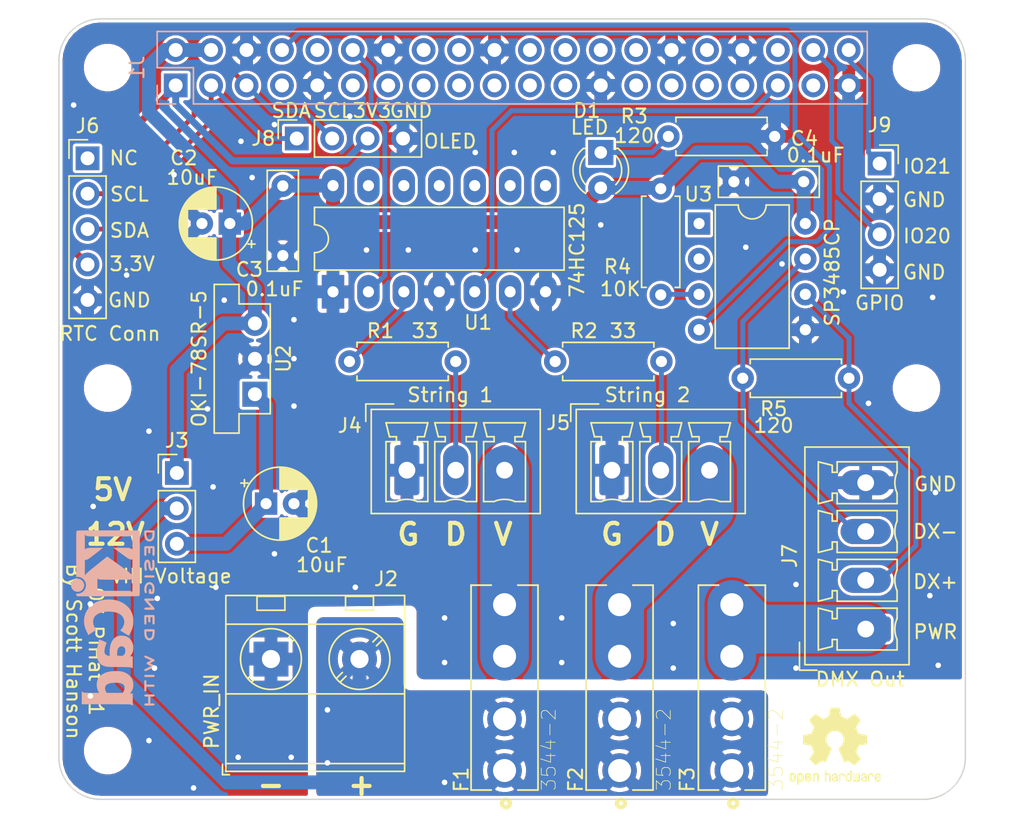
<source format=kicad_pcb>
(kicad_pcb (version 20171130) (host pcbnew "(5.1.6)-1")
  (title_block (title "OS PiHat") (date 2020-08-31) (rev v1) (company "Scott Hanson"))
  (layers (0 F.Cu signal) (31 B.Cu signal) (34 B.Paste user) (35 F.Paste user) (36 B.SilkS user) (37 F.SilkS user) (38 B.Mask user) (39 F.Mask user) (44 Edge.Cuts user))
  (net 0 "")
  (net 1 GND)
  (net 2 VSS)
  (net 3 +5V)
  (net 4 "Net-(D1-Pad1)")
  (net 5 "Net-(J1-Pad37)")
  (net 6 "Net-(J1-Pad36)")
  (net 7 Pixel2)
  (net 8 "Net-(J1-Pad33)")
  (net 9 "Net-(J1-Pad32)")
  (net 10 "Net-(J1-Pad31)")
  (net 11 "Net-(J1-Pad29)")
  (net 12 "Net-(J1-Pad28)")
  (net 13 "Net-(J1-Pad27)")
  (net 14 "Net-(J1-Pad26)")
  (net 15 "Net-(J1-Pad24)")
  (net 16 "Net-(J1-Pad23)")
  (net 17 "Net-(J1-Pad22)")
  (net 18 "Net-(J1-Pad21)")
  (net 19 "Net-(J1-Pad19)")
  (net 20 "Net-(J1-Pad18)")
  (net 21 "Net-(J1-Pad17)")
  (net 22 "Net-(J1-Pad16)")
  (net 23 "Net-(J1-Pad15)")
  (net 24 "Net-(J1-Pad13)")
  (net 25 Pixel1)
  (net 26 "Net-(J1-Pad11)")
  (net 27 "Net-(J1-Pad10)")
  (net 28 TXD)
  (net 29 "Net-(J1-Pad7)")
  (net 30 I2C_SCL)
  (net 31 I2C_SDA)
  (net 32 +3V3)
  (net 33 "Net-(J4-Pad2)")
  (net 34 "Net-(J5-Pad2)")
  (net 35 "Net-(J6-Pad1)")
  (net 36 /DMX-)
  (net 37 /DMX+)
  (net 38 "Net-(R1-Pad2)")
  (net 39 "Net-(R4-Pad2)")
  (net 40 "Net-(U1-Pad13)")
  (net 41 "Net-(U1-Pad12)")
  (net 42 "Net-(U1-Pad11)")
  (net 43 "Net-(U1-Pad10)")
  (net 44 "Net-(U1-Pad9)")
  (net 45 "Net-(U1-Pad8)")
  (net 46 "Net-(U3-Pad2)")
  (net 47 "Net-(U3-Pad1)")
  (net 48 /ST1_PWR)
  (net 49 /ST2_PWR)
  (net 50 /PWR_IN)
  (net 51 /V_DMX)
  (net 52 "Net-(R2-Pad2)")
  (net 53 GPIO21)
  (net 54 GPIO20)
  (module Connector_PinSocket_2.54mm:PinSocket_1x04_P2.54mm_Vertical (layer F.Cu) (at 137.4 71.2)
    (fp_text reference J9 (at 0 -2.77) (layer F.SilkS))
    (fp_text value GPIO (at 0 10) (layer F.SilkS))
    (pad 4 thru_hole oval (at 0 7.62) (size 1.7 1.7) (drill 1) (layers *.Cu *.Mask) (net 1 GND))
    (pad 3 thru_hole oval (at 0 5.08) (size 1.7 1.7) (drill 1) (layers *.Cu *.Mask) (net 54 GPIO20))
    (pad 2 thru_hole oval (at 0 2.54) (size 1.7 1.7) (drill 1) (layers *.Cu *.Mask) (net 1 GND))
    (pad 1 thru_hole rect (at 0 0) (size 1.7 1.7) (drill 1) (layers *.Cu *.Mask) (net 53 GPIO21))
  )
  (module Symbol:OSHW-Logo2_7.3x6mm_SilkScreen (layer F.Cu) (at 134.2 113)
    (fp_text reference REF** hide)
    (fp_text value OSHW-Logo2_7.3x6mm_SilkScreen hide)
  )
  (module Symbol:KiCad-Logo2_5mm_SilkScreen (layer B.Cu) (at 82.4 103.8 270)
    (fp_text reference REF** hide)
    (fp_text value KiCad-Logo2_5mm_SilkScreen hide)
  )
  (module MountingHole:MountingHole_3mm (layer F.Cu) (at 140.04 87.31)
    (fp_text reference H6)
    (fp_text value 3mm_Mounting_Hole)
    (pad 1 np_thru_hole circle (at 0 0) (size 3 3) (drill 3) (layers *.Cu *.Mask))
  )
  (module MountingHole:MountingHole_3mm (layer F.Cu) (at 82.04 87.31)
    (fp_text reference H5)
    (fp_text value 3mm_Mounting_Hole)
    (pad 1 np_thru_hole circle (at 0 0) (size 3 3) (drill 3) (layers *.Cu *.Mask))
  )
  (module Connector_PinSocket_2.54mm:PinSocket_1x04_P2.54mm_Vertical (layer F.Cu) (at 95.6 69.4 90)
    (fp_text reference J8 (at 0 -2.4 180) (layer F.SilkS))
    (fp_text value OLED (at -0.2 11 180) (layer F.SilkS))
    (pad 4 thru_hole oval (at 0 7.62 90) (size 1.7 1.7) (drill 1) (layers *.Cu *.Mask) (net 1 GND))
    (pad 3 thru_hole oval (at 0 5.08 90) (size 1.7 1.7) (drill 1) (layers *.Cu *.Mask) (net 32 +3V3))
    (pad 2 thru_hole oval (at 0 2.54 90) (size 1.7 1.7) (drill 1) (layers *.Cu *.Mask) (net 30 I2C_SCL))
    (pad 1 thru_hole rect (at 0 0 90) (size 1.7 1.7) (drill 1) (layers *.Cu *.Mask) (net 31 I2C_SDA))
  )
  (module Connector_Phoenix_MC:PhoenixContact_MCV_1,5_4-G-3.5_1x04_P3.50mm_Vertical (layer F.Cu) (at 136.4 104.6 90)
    (fp_text reference J7 (at 5.25 -5.45 90) (layer F.SilkS))
    (fp_text value "DMX Out" (at -3.6 -0.4 180) (layer F.SilkS))
    (pad 4 thru_hole oval (at 10.5 0 90) (size 1.8 3.6) (drill 1.2) (layers *.Cu *.Mask) (net 1 GND))
    (pad 3 thru_hole oval (at 7 0 90) (size 1.8 3.6) (drill 1.2) (layers *.Cu *.Mask) (net 36 /DMX-))
    (pad 2 thru_hole oval (at 3.5 0 90) (size 1.8 3.6) (drill 1.2) (layers *.Cu *.Mask) (net 37 /DMX+))
    (pad 1 thru_hole roundrect (at 0 0 90) (size 1.8 3.6) (drill 1.2) (layers *.Cu *.Mask) (roundrect_rratio 0.138889) (net 51 /V_DMX))
  )
  (module Keystone_Fuse:FUSE_3544-2 (layer F.Cu) (at 126.8 108.8 90)
    (fp_text reference F3 (at -6.6 -3.2 90) (layer F.SilkS))
    (fp_text value 3544-2 (at -4.445 3.175 90) (layer F.SilkS) (effects (font (thickness 0.05))))
    (pad 2_2 thru_hole circle (at 5.95 0 90) (size 2.475 2.475) (drill 1.65) (layers *.Cu *.Mask) (net 51 /V_DMX))
    (pad 1_1 thru_hole circle (at -5.95 0 90) (size 2.475 2.475) (drill 1.65) (layers *.Cu *.Mask) (net 2 VSS))
    (pad 2_1 thru_hole circle (at 2.25 0 90) (size 2.475 2.475) (drill 1.65) (layers *.Cu *.Mask) (net 51 /V_DMX))
    (pad 1_2 thru_hole circle (at -2.25 0 90) (size 2.475 2.475) (drill 1.65) (layers *.Cu *.Mask) (net 2 VSS))
  )
  (module MountingHole:MountingHole_3mm (layer F.Cu) (at 140.03 113.31)
    (fp_text reference H4)
    (fp_text value 3mm_Mounting_Hole)
    (pad 1 np_thru_hole circle (at 0 0) (size 3 3) (drill 3) (layers *.Cu *.Mask))
  )
  (module MountingHole:MountingHole_3mm (layer F.Cu) (at 82.04 113.32)
    (fp_text reference H3)
    (fp_text value 3mm_Mounting_Hole)
    (pad 1 np_thru_hole circle (at 0 0) (size 3 3) (drill 3) (layers *.Cu *.Mask))
  )
  (module MountingHole:MountingHole_3mm (layer F.Cu) (at 140.04 64.33)
    (fp_text reference H2)
    (fp_text value 3mm_Mounting_Hole)
    (pad 1 np_thru_hole circle (at 0 0) (size 3 3) (drill 3) (layers *.Cu *.Mask))
  )
  (module MountingHole:MountingHole_3mm (layer F.Cu) (at 82.04 64.31)
    (fp_text reference H1)
    (fp_text value 3mm_Mounting_Hole)
    (pad 1 np_thru_hole circle (at 0 0) (size 3 3) (drill 3) (layers *.Cu *.Mask))
  )
  (module Package_DIP:DIP-8_W7.62mm (layer F.Cu) (at 124.45 75.5)
    (fp_text reference U3 (at -0.05 -2.1) (layer F.SilkS))
    (fp_text value SP3485CP (at 9.55 3.5 90) (layer F.SilkS))
    (pad 8 thru_hole oval (at 7.62 0) (size 1.6 1.6) (drill 0.8) (layers *.Cu *.Mask) (net 3 +5V))
    (pad 4 thru_hole oval (at 0 7.62) (size 1.6 1.6) (drill 0.8) (layers *.Cu *.Mask) (net 28 TXD))
    (pad 7 thru_hole oval (at 7.62 2.54) (size 1.6 1.6) (drill 0.8) (layers *.Cu *.Mask) (net 36 /DMX-))
    (pad 3 thru_hole oval (at 0 5.08) (size 1.6 1.6) (drill 0.8) (layers *.Cu *.Mask) (net 39 "Net-(R4-Pad2)"))
    (pad 6 thru_hole oval (at 7.62 5.08) (size 1.6 1.6) (drill 0.8) (layers *.Cu *.Mask) (net 37 /DMX+))
    (pad 2 thru_hole oval (at 0 2.54) (size 1.6 1.6) (drill 0.8) (layers *.Cu *.Mask) (net 46 "Net-(U3-Pad2)"))
    (pad 5 thru_hole oval (at 7.62 7.62) (size 1.6 1.6) (drill 0.8) (layers *.Cu *.Mask) (net 1 GND))
    (pad 1 thru_hole rect (at 0 0) (size 1.6 1.6) (drill 0.8) (layers *.Cu *.Mask) (net 47 "Net-(U3-Pad1)"))
  )
  (module Converter_DCDC:Converter_DCDC_muRata_OKI-78SR_Vertical (layer F.Cu) (at 92.6 87.75 90)
    (fp_text reference U2 (at 2.55 2.05 270) (layer F.SilkS))
    (fp_text value OKI-78SR-5 (at 2.55 -4 270) (layer F.SilkS))
    (pad 1 thru_hole rect (at 0 0 90) (size 1.8 1.8) (drill 1) (layers *.Cu *.Mask) (net 50 /PWR_IN))
    (pad 2 thru_hole circle (at 2.54 0 90) (size 1.8 1.8) (drill 1) (layers *.Cu *.Mask) (net 1 GND))
    (pad 3 thru_hole circle (at 5.08 0 90) (size 1.8 1.8) (drill 1) (layers *.Cu *.Mask) (net 3 +5V))
  )
  (module Package_DIP:DIP-14_W7.62mm_LongPads (layer F.Cu) (at 98.2 80.4 90)
    (fp_text reference U1 (at -2.2 10.4 180) (layer F.SilkS))
    (fp_text value 74HC125 (at 3 17.5 90) (layer F.SilkS))
    (pad 14 thru_hole oval (at 7.62 0 90) (size 2.4 1.6) (drill 0.8) (layers *.Cu *.Mask) (net 3 +5V))
    (pad 7 thru_hole oval (at 0 15.24 90) (size 2.4 1.6) (drill 0.8) (layers *.Cu *.Mask) (net 1 GND))
    (pad 13 thru_hole oval (at 7.62 2.54 90) (size 2.4 1.6) (drill 0.8) (layers *.Cu *.Mask) (net 40 "Net-(U1-Pad13)"))
    (pad 6 thru_hole oval (at 0 12.7 90) (size 2.4 1.6) (drill 0.8) (layers *.Cu *.Mask) (net 52 "Net-(R2-Pad2)"))
    (pad 12 thru_hole oval (at 7.62 5.08 90) (size 2.4 1.6) (drill 0.8) (layers *.Cu *.Mask) (net 41 "Net-(U1-Pad12)"))
    (pad 5 thru_hole oval (at 0 10.16 90) (size 2.4 1.6) (drill 0.8) (layers *.Cu *.Mask) (net 7 Pixel2))
    (pad 11 thru_hole oval (at 7.62 7.62 90) (size 2.4 1.6) (drill 0.8) (layers *.Cu *.Mask) (net 42 "Net-(U1-Pad11)"))
    (pad 4 thru_hole oval (at 0 7.62 90) (size 2.4 1.6) (drill 0.8) (layers *.Cu *.Mask) (net 1 GND))
    (pad 10 thru_hole oval (at 7.62 10.16 90) (size 2.4 1.6) (drill 0.8) (layers *.Cu *.Mask) (net 43 "Net-(U1-Pad10)"))
    (pad 3 thru_hole oval (at 0 5.08 90) (size 2.4 1.6) (drill 0.8) (layers *.Cu *.Mask) (net 38 "Net-(R1-Pad2)"))
    (pad 9 thru_hole oval (at 7.62 12.7 90) (size 2.4 1.6) (drill 0.8) (layers *.Cu *.Mask) (net 44 "Net-(U1-Pad9)"))
    (pad 2 thru_hole oval (at 0 2.54 90) (size 2.4 1.6) (drill 0.8) (layers *.Cu *.Mask) (net 25 Pixel1))
    (pad 8 thru_hole oval (at 7.62 15.24 90) (size 2.4 1.6) (drill 0.8) (layers *.Cu *.Mask) (net 45 "Net-(U1-Pad8)"))
    (pad 1 thru_hole rect (at 0 0 90) (size 2.4 1.6) (drill 0.8) (layers *.Cu *.Mask) (net 1 GND))
  )
  (module Resistor_THT:R_Axial_DIN0207_L6.3mm_D2.5mm_P7.62mm_Horizontal (layer F.Cu) (at 135.2 86.6 180)
    (fp_text reference R5 (at 5.4 -2.2) (layer F.SilkS))
    (fp_text value 120 (at 5.4 -3.4) (layer F.SilkS))
    (pad 2 thru_hole oval (at 7.62 0 180) (size 1.6 1.6) (drill 0.8) (layers *.Cu *.Mask) (net 36 /DMX-))
    (pad 1 thru_hole circle (at 0 0 180) (size 1.6 1.6) (drill 0.8) (layers *.Cu *.Mask) (net 37 /DMX+))
  )
  (module Resistor_THT:R_Axial_DIN0207_L6.3mm_D2.5mm_P7.62mm_Horizontal (layer F.Cu) (at 121.7 73 270)
    (fp_text reference R4 (at 5.6 3.1 180) (layer F.SilkS))
    (fp_text value 10K (at 7.2 2.9) (layer F.SilkS))
    (pad 2 thru_hole oval (at 7.62 0 270) (size 1.6 1.6) (drill 0.8) (layers *.Cu *.Mask) (net 39 "Net-(R4-Pad2)"))
    (pad 1 thru_hole circle (at 0 0 270) (size 1.6 1.6) (drill 0.8) (layers *.Cu *.Mask) (net 3 +5V))
  )
  (module Resistor_THT:R_Axial_DIN0207_L6.3mm_D2.5mm_P7.62mm_Horizontal (layer F.Cu) (at 121.75 85.4 180)
    (fp_text reference R2 (at 5.55 2.2) (layer F.SilkS))
    (fp_text value 33 (at 2.75 2.2) (layer F.SilkS))
    (pad 2 thru_hole oval (at 7.62 0 180) (size 1.6 1.6) (drill 0.8) (layers *.Cu *.Mask) (net 52 "Net-(R2-Pad2)"))
    (pad 1 thru_hole circle (at 0 0 180) (size 1.6 1.6) (drill 0.8) (layers *.Cu *.Mask) (net 34 "Net-(J5-Pad2)"))
  )
  (module Resistor_THT:R_Axial_DIN0207_L6.3mm_D2.5mm_P7.62mm_Horizontal (layer F.Cu) (at 122.25 69.25)
    (fp_text reference R3 (at -2.45 -1.45) (layer F.SilkS))
    (fp_text value 120 (at -2.45 -0.05) (layer F.SilkS))
    (pad 2 thru_hole oval (at 7.62 0) (size 1.6 1.6) (drill 0.8) (layers *.Cu *.Mask) (net 1 GND))
    (pad 1 thru_hole circle (at 0 0) (size 1.6 1.6) (drill 0.8) (layers *.Cu *.Mask) (net 4 "Net-(D1-Pad1)"))
  )
  (module Resistor_THT:R_Axial_DIN0207_L6.3mm_D2.5mm_P7.62mm_Horizontal (layer F.Cu) (at 107 85.4 180)
    (fp_text reference R1 (at 5.4 2.2) (layer F.SilkS))
    (fp_text value 33 (at 2.2 2.2) (layer F.SilkS))
    (pad 2 thru_hole oval (at 7.62 0 180) (size 1.6 1.6) (drill 0.8) (layers *.Cu *.Mask) (net 38 "Net-(R1-Pad2)"))
    (pad 1 thru_hole circle (at 0 0 180) (size 1.6 1.6) (drill 0.8) (layers *.Cu *.Mask) (net 33 "Net-(J4-Pad2)"))
  )
  (module Connector_PinHeader_2.54mm:PinHeader_1x05_P2.54mm_Vertical (layer F.Cu) (at 80.6 70.82)
    (fp_text reference J6 (at 0 -2.33) (layer F.SilkS))
    (fp_text value "RTC Conn" (at 1.6 12.58) (layer F.SilkS))
    (pad 5 thru_hole oval (at 0 10.16) (size 1.7 1.7) (drill 1) (layers *.Cu *.Mask) (net 1 GND))
    (pad 4 thru_hole oval (at 0 7.62) (size 1.7 1.7) (drill 1) (layers *.Cu *.Mask) (net 32 +3V3))
    (pad 3 thru_hole oval (at 0 5.08) (size 1.7 1.7) (drill 1) (layers *.Cu *.Mask) (net 31 I2C_SDA))
    (pad 2 thru_hole oval (at 0 2.54) (size 1.7 1.7) (drill 1) (layers *.Cu *.Mask) (net 30 I2C_SCL))
    (pad 1 thru_hole rect (at 0 0) (size 1.7 1.7) (drill 1) (layers *.Cu *.Mask) (net 35 "Net-(J6-Pad1)"))
  )
  (module Connector_Phoenix_MC:PhoenixContact_MCV_1,5_3-G-3.5_1x03_P3.50mm_Vertical (layer F.Cu) (at 118.2 93.2)
    (fp_text reference J5 (at -3.85 -3.4) (layer F.SilkS))
    (fp_text value "String 2" (at 2.55 -5.4) (layer F.SilkS))
    (pad 3 thru_hole oval (at 7 0) (size 1.8 3.6) (drill 1.2) (layers *.Cu *.Mask) (net 49 /ST2_PWR))
    (pad 2 thru_hole oval (at 3.5 0) (size 1.8 3.6) (drill 1.2) (layers *.Cu *.Mask) (net 34 "Net-(J5-Pad2)"))
    (pad 1 thru_hole roundrect (at 0 0) (size 1.8 3.6) (drill 1.2) (layers *.Cu *.Mask) (roundrect_rratio 0.138889) (net 1 GND))
  )
  (module Connector_Phoenix_MC:PhoenixContact_MCV_1,5_3-G-3.5_1x03_P3.50mm_Vertical (layer F.Cu) (at 103.5 93.2)
    (fp_text reference J4 (at -4.1 -3.2) (layer F.SilkS))
    (fp_text value "String 1" (at 3.1 -5.4) (layer F.SilkS))
    (pad 3 thru_hole oval (at 7 0) (size 1.8 3.6) (drill 1.2) (layers *.Cu *.Mask) (net 48 /ST1_PWR))
    (pad 2 thru_hole oval (at 3.5 0) (size 1.8 3.6) (drill 1.2) (layers *.Cu *.Mask) (net 33 "Net-(J4-Pad2)"))
    (pad 1 thru_hole roundrect (at 0 0) (size 1.8 3.6) (drill 1.2) (layers *.Cu *.Mask) (roundrect_rratio 0.138889) (net 1 GND))
  )
  (module Connector_PinHeader_2.54mm:PinHeader_1x03_P2.54mm_Vertical (layer F.Cu) (at 87 93.4)
    (fp_text reference J3 (at 0 -2.33) (layer F.SilkS))
    (fp_text value "VIN Voltage" (at -0.4 7.4) (layer F.SilkS))
    (pad 3 thru_hole oval (at 0 5.08) (size 1.7 1.7) (drill 1) (layers *.Cu *.Mask) (net 50 /PWR_IN))
    (pad 2 thru_hole oval (at 0 2.54) (size 1.7 1.7) (drill 1) (layers *.Cu *.Mask) (net 2 VSS))
    (pad 1 thru_hole rect (at 0 0) (size 1.7 1.7) (drill 1) (layers *.Cu *.Mask) (net 3 +5V))
  )
  (module TerminalBlock_MetzConnect:TerminalBlock_MetzConnect_Type701_RT11L02HGLU_1x02_P6.35mm_Horizontal (layer F.Cu) (at 93.75 106.75)
    (fp_text reference J2 (at 8.25 -5.75) (layer F.SilkS))
    (fp_text value PWR_IN (at -4.25 3.75 90) (layer F.SilkS))
    (pad 2 thru_hole circle (at 6.35 0) (size 2.5 2.5) (drill 1.3) (layers *.Cu *.Mask) (net 2 VSS))
    (pad 1 thru_hole rect (at 0 0) (size 2.5 2.5) (drill 1.3) (layers *.Cu *.Mask) (net 1 GND))
  )
  (module Connector_PinSocket_2.54mm:PinSocket_2x20_P2.54mm_Vertical (layer B.Cu) (at 86.92 65.59 270)
    (fp_text reference J1 (at -1.27 2.77 270) (layer B.SilkS) (effects (justify mirror)))
    (fp_text value Raspberry_Pi_2_3)
    (pad 40 thru_hole oval (at -2.54 -48.26 270) (size 1.7 1.7) (drill 1) (layers *.Cu *.Mask) (net 53 GPIO21))
    (pad 39 thru_hole oval (at 0 -48.26 270) (size 1.7 1.7) (drill 1) (layers *.Cu *.Mask) (net 1 GND))
    (pad 38 thru_hole oval (at -2.54 -45.72 270) (size 1.7 1.7) (drill 1) (layers *.Cu *.Mask) (net 54 GPIO20))
    (pad 37 thru_hole oval (at 0 -45.72 270) (size 1.7 1.7) (drill 1) (layers *.Cu *.Mask) (net 5 "Net-(J1-Pad37)"))
    (pad 36 thru_hole oval (at -2.54 -43.18 270) (size 1.7 1.7) (drill 1) (layers *.Cu *.Mask) (net 6 "Net-(J1-Pad36)"))
    (pad 35 thru_hole oval (at 0 -43.18 270) (size 1.7 1.7) (drill 1) (layers *.Cu *.Mask) (net 7 Pixel2))
    (pad 34 thru_hole oval (at -2.54 -40.64 270) (size 1.7 1.7) (drill 1) (layers *.Cu *.Mask) (net 1 GND))
    (pad 33 thru_hole oval (at 0 -40.64 270) (size 1.7 1.7) (drill 1) (layers *.Cu *.Mask) (net 8 "Net-(J1-Pad33)"))
    (pad 32 thru_hole oval (at -2.54 -38.1 270) (size 1.7 1.7) (drill 1) (layers *.Cu *.Mask) (net 9 "Net-(J1-Pad32)"))
    (pad 31 thru_hole oval (at 0 -38.1 270) (size 1.7 1.7) (drill 1) (layers *.Cu *.Mask) (net 10 "Net-(J1-Pad31)"))
    (pad 30 thru_hole oval (at -2.54 -35.56 270) (size 1.7 1.7) (drill 1) (layers *.Cu *.Mask) (net 1 GND))
    (pad 29 thru_hole oval (at 0 -35.56 270) (size 1.7 1.7) (drill 1) (layers *.Cu *.Mask) (net 11 "Net-(J1-Pad29)"))
    (pad 28 thru_hole oval (at -2.54 -33.02 270) (size 1.7 1.7) (drill 1) (layers *.Cu *.Mask) (net 12 "Net-(J1-Pad28)"))
    (pad 27 thru_hole oval (at 0 -33.02 270) (size 1.7 1.7) (drill 1) (layers *.Cu *.Mask) (net 13 "Net-(J1-Pad27)"))
    (pad 26 thru_hole oval (at -2.54 -30.48 270) (size 1.7 1.7) (drill 1) (layers *.Cu *.Mask) (net 14 "Net-(J1-Pad26)"))
    (pad 25 thru_hole oval (at 0 -30.48 270) (size 1.7 1.7) (drill 1) (layers *.Cu *.Mask) (net 1 GND))
    (pad 24 thru_hole oval (at -2.54 -27.94 270) (size 1.7 1.7) (drill 1) (layers *.Cu *.Mask) (net 15 "Net-(J1-Pad24)"))
    (pad 23 thru_hole oval (at 0 -27.94 270) (size 1.7 1.7) (drill 1) (layers *.Cu *.Mask) (net 16 "Net-(J1-Pad23)"))
    (pad 22 thru_hole oval (at -2.54 -25.4 270) (size 1.7 1.7) (drill 1) (layers *.Cu *.Mask) (net 17 "Net-(J1-Pad22)"))
    (pad 21 thru_hole oval (at 0 -25.4 270) (size 1.7 1.7) (drill 1) (layers *.Cu *.Mask) (net 18 "Net-(J1-Pad21)"))
    (pad 20 thru_hole oval (at -2.54 -22.86 270) (size 1.7 1.7) (drill 1) (layers *.Cu *.Mask) (net 1 GND))
    (pad 19 thru_hole oval (at 0 -22.86 270) (size 1.7 1.7) (drill 1) (layers *.Cu *.Mask) (net 19 "Net-(J1-Pad19)"))
    (pad 18 thru_hole oval (at -2.54 -20.32 270) (size 1.7 1.7) (drill 1) (layers *.Cu *.Mask) (net 20 "Net-(J1-Pad18)"))
    (pad 17 thru_hole oval (at 0 -20.32 270) (size 1.7 1.7) (drill 1) (layers *.Cu *.Mask) (net 21 "Net-(J1-Pad17)"))
    (pad 16 thru_hole oval (at -2.54 -17.78 270) (size 1.7 1.7) (drill 1) (layers *.Cu *.Mask) (net 22 "Net-(J1-Pad16)"))
    (pad 15 thru_hole oval (at 0 -17.78 270) (size 1.7 1.7) (drill 1) (layers *.Cu *.Mask) (net 23 "Net-(J1-Pad15)"))
    (pad 14 thru_hole oval (at -2.54 -15.24 270) (size 1.7 1.7) (drill 1) (layers *.Cu *.Mask) (net 1 GND))
    (pad 13 thru_hole oval (at 0 -15.24 270) (size 1.7 1.7) (drill 1) (layers *.Cu *.Mask) (net 24 "Net-(J1-Pad13)"))
    (pad 12 thru_hole oval (at -2.54 -12.7 270) (size 1.7 1.7) (drill 1) (layers *.Cu *.Mask) (net 25 Pixel1))
    (pad 11 thru_hole oval (at 0 -12.7 270) (size 1.7 1.7) (drill 1) (layers *.Cu *.Mask) (net 26 "Net-(J1-Pad11)"))
    (pad 10 thru_hole oval (at -2.54 -10.16 270) (size 1.7 1.7) (drill 1) (layers *.Cu *.Mask) (net 27 "Net-(J1-Pad10)"))
    (pad 9 thru_hole oval (at 0 -10.16 270) (size 1.7 1.7) (drill 1) (layers *.Cu *.Mask) (net 1 GND))
    (pad 8 thru_hole oval (at -2.54 -7.62 270) (size 1.7 1.7) (drill 1) (layers *.Cu *.Mask) (net 28 TXD))
    (pad 7 thru_hole oval (at 0 -7.62 270) (size 1.7 1.7) (drill 1) (layers *.Cu *.Mask) (net 29 "Net-(J1-Pad7)"))
    (pad 6 thru_hole oval (at -2.54 -5.08 270) (size 1.7 1.7) (drill 1) (layers *.Cu *.Mask) (net 1 GND))
    (pad 5 thru_hole oval (at 0 -5.08 270) (size 1.7 1.7) (drill 1) (layers *.Cu *.Mask) (net 30 I2C_SCL))
    (pad 4 thru_hole oval (at -2.54 -2.54 270) (size 1.7 1.7) (drill 1) (layers *.Cu *.Mask) (net 3 +5V))
    (pad 3 thru_hole oval (at 0 -2.54 270) (size 1.7 1.7) (drill 1) (layers *.Cu *.Mask) (net 31 I2C_SDA))
    (pad 2 thru_hole oval (at -2.54 0 270) (size 1.7 1.7) (drill 1) (layers *.Cu *.Mask) (net 3 +5V))
    (pad 1 thru_hole rect (at 0 0 270) (size 1.7 1.7) (drill 1) (layers *.Cu *.Mask) (net 32 +3V3))
  )
  (module Keystone_Fuse:FUSE_3544-2 (layer F.Cu) (at 118.75 108.8 90)
    (fp_text reference F2 (at -6.6 -3.15 90) (layer F.SilkS))
    (fp_text value 3544-2 (at -4.445 3.175 90) (layer F.SilkS) (effects (font (thickness 0.05))))
    (pad 2_2 thru_hole circle (at 5.95 0 90) (size 2.475 2.475) (drill 1.65) (layers *.Cu *.Mask) (net 49 /ST2_PWR))
    (pad 1_1 thru_hole circle (at -5.95 0 90) (size 2.475 2.475) (drill 1.65) (layers *.Cu *.Mask) (net 2 VSS))
    (pad 2_1 thru_hole circle (at 2.25 0 90) (size 2.475 2.475) (drill 1.65) (layers *.Cu *.Mask) (net 49 /ST2_PWR))
    (pad 1_2 thru_hole circle (at -2.25 0 90) (size 2.475 2.475) (drill 1.65) (layers *.Cu *.Mask) (net 2 VSS))
  )
  (module Keystone_Fuse:FUSE_3544-2 (layer F.Cu) (at 110.5 108.8 90)
    (fp_text reference F1 (at -6.6 -3.1 90) (layer F.SilkS))
    (fp_text value 3544-2 (at -4.445 3.175 90) (layer F.SilkS) (effects (font (thickness 0.05))))
    (pad 2_2 thru_hole circle (at 5.95 0 90) (size 2.475 2.475) (drill 1.65) (layers *.Cu *.Mask) (net 48 /ST1_PWR))
    (pad 1_1 thru_hole circle (at -5.95 0 90) (size 2.475 2.475) (drill 1.65) (layers *.Cu *.Mask) (net 2 VSS))
    (pad 2_1 thru_hole circle (at 2.25 0 90) (size 2.475 2.475) (drill 1.65) (layers *.Cu *.Mask) (net 48 /ST1_PWR))
    (pad 1_2 thru_hole circle (at -2.25 0 90) (size 2.475 2.475) (drill 1.65) (layers *.Cu *.Mask) (net 2 VSS))
  )
  (module LED_THT:LED_D3.0mm_Clear (layer F.Cu) (at 117.4 70.4 270)
    (fp_text reference D1 (at -3 1 180) (layer F.SilkS))
    (fp_text value LED (at -1.8 0.8 180) (layer F.SilkS))
    (pad 2 thru_hole circle (at 2.54 0 270) (size 1.8 1.8) (drill 0.9) (layers *.Cu *.Mask) (net 3 +5V))
    (pad 1 thru_hole rect (at 0 0 270) (size 1.8 1.8) (drill 0.9) (layers *.Cu *.Mask) (net 4 "Net-(D1-Pad1)"))
  )
  (module Capacitor_THT:C_Rect_L7.0mm_W2.0mm_P5.00mm (layer F.Cu) (at 131.95 72.5 180)
    (fp_text reference C4 (at -0.05 3.1) (layer F.SilkS))
    (fp_text value 0.1uF (at -0.85 1.9) (layer F.SilkS))
    (pad 2 thru_hole circle (at 5 0 180) (size 1.6 1.6) (drill 0.8) (layers *.Cu *.Mask) (net 1 GND))
    (pad 1 thru_hole circle (at 0 0 180) (size 1.6 1.6) (drill 0.8) (layers *.Cu *.Mask) (net 3 +5V))
  )
  (module Capacitor_THT:C_Rect_L7.0mm_W2.0mm_P5.00mm (layer F.Cu) (at 94.6 72.8 270)
    (fp_text reference C3 (at 6 2.4 180) (layer F.SilkS))
    (fp_text value 0.1uF (at 7.4 0.6 180) (layer F.SilkS))
    (pad 2 thru_hole circle (at 5 0 270) (size 1.6 1.6) (drill 0.8) (layers *.Cu *.Mask) (net 1 GND))
    (pad 1 thru_hole circle (at 0 0 270) (size 1.6 1.6) (drill 0.8) (layers *.Cu *.Mask) (net 3 +5V))
  )
  (module Capacitor_THT:CP_Radial_D5.0mm_P2.00mm (layer F.Cu) (at 90.8 75.5 180)
    (fp_text reference C2 (at 3.3 4.7) (layer F.SilkS))
    (fp_text value 10uF (at 2.7 3.3) (layer F.SilkS))
    (pad 2 thru_hole circle (at 2 0 180) (size 1.6 1.6) (drill 0.8) (layers *.Cu *.Mask) (net 1 GND))
    (pad 1 thru_hole rect (at 0 0 180) (size 1.6 1.6) (drill 0.8) (layers *.Cu *.Mask) (net 3 +5V))
  )
  (module Capacitor_THT:CP_Radial_D5.0mm_P2.00mm (layer F.Cu) (at 93.4 95.6)
    (fp_text reference C1 (at 3.8 3) (layer F.SilkS))
    (fp_text value 10uF (at 4 4.4) (layer F.SilkS))
    (pad 2 thru_hole circle (at 2 0) (size 1.6 1.6) (drill 0.8) (layers *.Cu *.Mask) (net 1 GND))
    (pad 1 thru_hole rect (at 0 0) (size 1.6 1.6) (drill 0.8) (layers *.Cu *.Mask) (net 50 /PWR_IN))
  )
  (gr_text IO20 (at 140.8 76.4) (layer F.SilkS) (effects (font (size 1 1))))
  (gr_text IO21 (at 140.8 71.4) (layer F.SilkS) (effects (font (size 1 1))))
  (gr_text GND (at 140.6 73.8) (layer F.SilkS) (effects (font (size 1 1))))
  (gr_text GND (at 140.6 79) (layer F.SilkS) (effects (font (size 1 1))))
  (gr_text "OS PiHat v1\nBy Scott Hanson" (at 80.4 106.2 270) (layer F.SilkS) (effects (font (size 1 1))))
  (gr_text GND (at 103.8 67.4) (layer F.SilkS) (effects (font (size 1 1))))
  (gr_text 3V3 (at 101 67.4) (layer F.SilkS) (effects (font (size 1 1))))
  (gr_text SCL (at 98.2 67.4) (layer F.SilkS) (effects (font (size 1 1))))
  (gr_text SDA (at 95.2 67.4) (layer F.SilkS) (effects (font (size 1 1))))
  (gr_text 5V (at 82.4 94.6) (layer F.SilkS) (effects (font (size 1.5 1.5) (thickness 0.3))))
  (gr_text 12V (at 82.6 97.8) (layer F.SilkS) (effects (font (size 1.5 1.5) (thickness 0.3))))
  (gr_text DX- (at 141.4 97.6) (layer F.SilkS) (effects (font (size 1 1))))
  (gr_text DX+ (at 141.4 101.2) (layer F.SilkS) (effects (font (size 1 1))))
  (gr_text PWR (at 141.4 104.8) (layer F.SilkS) (effects (font (size 1 1))))
  (gr_text GND (at 141.4 94.2) (layer F.SilkS) (effects (font (size 1 1))))
  (gr_text GND (at 83.6 81) (layer F.SilkS) (effects (font (size 1 1))))
  (gr_text 3.3V (at 83.8 78.4) (layer F.SilkS) (effects (font (size 1 1))))
  (gr_text SDA (at 83.6 76) (layer F.SilkS) (effects (font (size 1 1))))
  (gr_text SCL (at 83.6 73.4) (layer F.SilkS) (effects (font (size 1 1))))
  (gr_text NC (at 83.2 70.8) (layer F.SilkS) (effects (font (size 1 1))))
  (gr_text D (at 122 97.8) (layer F.SilkS) (effects (font (size 1.5 1.5) (thickness 0.3))))
  (gr_text D (at 107 97.8) (layer F.SilkS) (effects (font (size 1.5 1.5) (thickness 0.3))))
  (gr_text V (at 125.2 97.8) (layer F.SilkS) (effects (font (size 1.5 1.5) (thickness 0.3))))
  (gr_text V (at 110.4 97.8) (layer F.SilkS) (effects (font (size 1.5 1.5) (thickness 0.3))))
  (gr_text G (at 118.2 97.8) (layer F.SilkS) (effects (font (size 1.5 1.5) (thickness 0.3))))
  (gr_text G (at 103.6 97.8) (layer F.SilkS) (effects (font (size 1.5 1.5) (thickness 0.3))))
  (gr_text - (at 93.75 115.75) (layer F.SilkS) (effects (font (size 1.5 1.5) (thickness 0.3)) (justify mirror)))
  (gr_text + (at 100.25 115.75) (layer F.SilkS) (effects (font (size 1.5 1.5) (thickness 0.3)) (justify mirror)))
  (gr_arc (start 140.546356 63.817611) (end 143.546356 63.817611) (angle -90) (layer Edge.Cuts) (width 0.1))
  (gr_arc (start 81.546356 63.817611) (end 81.546356 60.817611) (angle -90) (layer Edge.Cuts) (width 0.1))
  (gr_arc (start 81.546356 113.817611) (end 78.546356 113.817611) (angle -90) (layer Edge.Cuts) (width 0.1))
  (gr_line (start 143.546351 113.822847) (end 143.546356 63.817611) (layer Edge.Cuts) (width 0.1))
  (gr_line (start 140.546356 60.817611) (end 81.546356 60.817611) (layer Edge.Cuts) (width 0.1))
  (gr_line (start 78.546356 63.817611) (end 78.546356 113.817611) (layer Edge.Cuts) (width 0.1))
  (gr_line (start 81.546356 116.817611) (end 140.546356 116.817611) (layer Edge.Cuts) (width 0.1))
  (gr_arc (start 140.546356 113.817611) (end 140.546356 116.817611) (angle -89.9) (layer Edge.Cuts) (width 0.1))
  (via (at 95.4 85.2) (size 0.8) (drill 0.4) (layers F.Cu B.Cu) (net 1))
  (via (at 95.4 82.4) (size 0.8) (drill 0.4) (layers F.Cu B.Cu) (net 1))
  (via (at 95.4 88.6) (size 0.8) (drill 0.4) (layers F.Cu B.Cu) (net 1))
  (via (at 95.2 113.8) (size 0.8) (drill 0.4) (layers F.Cu B.Cu) (net 1))
  (via (at 85.4 107.4) (size 0.8) (drill 0.4) (layers F.Cu B.Cu) (net 1))
  (via (at 91.4 113.8) (size 0.8) (drill 0.4) (layers F.Cu B.Cu) (net 1))
  (via (at 106.2 103.8) (size 0.8) (drill 0.4) (layers F.Cu B.Cu) (net 1))
  (via (at 106.2 107) (size 0.8) (drill 0.4) (layers F.Cu B.Cu) (net 1))
  (via (at 114.6 103.8) (size 0.8) (drill 0.4) (layers F.Cu B.Cu) (net 1))
  (via (at 114.6 107) (size 0.8) (drill 0.4) (layers F.Cu B.Cu) (net 1))
  (via (at 131.4 107.4) (size 0.8) (drill 0.4) (layers F.Cu B.Cu) (net 1))
  (via (at 141.6 107.2) (size 0.8) (drill 0.4) (layers F.Cu B.Cu) (net 1))
  (via (at 103.6 77.4) (size 0.8) (drill 0.4) (layers F.Cu B.Cu) (net 1))
  (via (at 100.6 77.4) (size 0.8) (drill 0.4) (layers F.Cu B.Cu) (net 1))
  (via (at 108.4 77.4) (size 0.8) (drill 0.4) (layers F.Cu B.Cu) (net 1))
  (via (at 111.4 77.4) (size 0.8) (drill 0.4) (layers F.Cu B.Cu) (net 1))
  (via (at 114 70.4) (size 0.8) (drill 0.4) (layers F.Cu B.Cu) (net 1))
  (via (at 108.4 70.4) (size 0.8) (drill 0.4) (layers F.Cu B.Cu) (net 1))
  (via (at 111.2 70.4) (size 0.8) (drill 0.4) (layers F.Cu B.Cu) (net 1))
  (via (at 117.4 75.6) (size 0.8) (drill 0.4) (layers F.Cu B.Cu) (net 1))
  (via (at 127.8 77.2) (size 0.8) (drill 0.4) (layers F.Cu B.Cu) (net 1))
  (via (at 134.8 80.4) (size 0.8) (drill 0.4) (layers F.Cu B.Cu) (net 1))
  (via (at 131.4 101.4) (size 0.8) (drill 0.4) (layers F.Cu B.Cu) (net 1))
  (via (at 141 102.2) (size 0.8) (drill 0.4) (layers F.Cu B.Cu) (net 1))
  (via (at 92.4 72.2) (size 0.8) (drill 0.4) (layers F.Cu B.Cu) (net 1))
  (via (at 86.8 72) (size 0.8) (drill 0.4) (layers F.Cu B.Cu) (net 1))
  (via (at 122.6 107.4) (size 0.8) (drill 0.4) (layers F.Cu B.Cu) (net 1))
  (via (at 122.6 104.2) (size 0.8) (drill 0.4) (layers F.Cu B.Cu) (net 1))
  (via (at 141.4 94.8) (size 0.8) (drill 0.4) (layers F.Cu B.Cu) (net 1))
  (via (at 141.2 80.8) (size 0.8) (drill 0.4) (layers F.Cu B.Cu) (net 1))
  (via (at 83.4 79.2) (size 0.8) (drill 0.4) (layers F.Cu B.Cu) (net 1))
  (via (at 85 90.4) (size 0.8) (drill 0.4) (layers F.Cu B.Cu) (net 1))
  (via (at 89.2 88.8) (size 0.8) (drill 0.4) (layers F.Cu B.Cu) (net 1))
  (via (at 89.6 94.4) (size 0.8) (drill 0.4) (layers F.Cu B.Cu) (net 1))
  (via (at 94 99.2) (size 0.8) (drill 0.4) (layers F.Cu B.Cu) (net 1))
  (via (at 89.8 101.6) (size 0.8) (drill 0.4) (layers F.Cu B.Cu) (net 1))
  (via (at 80.8 102.8) (size 0.8) (drill 0.4) (layers F.Cu B.Cu) (net 1))
  (via (at 81 95.8) (size 0.8) (drill 0.4) (layers F.Cu B.Cu) (net 1))
  (via (at 85.6 102.4) (size 0.8) (drill 0.4) (layers F.Cu B.Cu) (net 1))
  (via (at 99.8 101.6) (size 0.8) (drill 0.4) (layers F.Cu B.Cu) (net 1))
  (via (at 88.2 116) (size 0.8) (drill 0.4) (layers F.Cu B.Cu) (net 1))
  (via (at 85 112.6) (size 0.8) (drill 0.4) (layers F.Cu B.Cu) (net 1))
  (via (at 80.8 109.4) (size 0.8) (drill 0.4) (layers F.Cu B.Cu) (net 1))
  (via (at 91.6 69.6) (size 0.8) (drill 0.4) (layers F.Cu B.Cu) (net 1))
  (via (at 79.6 67) (size 0.8) (drill 0.4) (layers F.Cu B.Cu) (net 1))
  (via (at 90.4 81) (size 0.8) (drill 0.4) (layers F.Cu B.Cu) (net 1))
  (via (at 99.4 67.8) (size 0.8) (drill 0.4) (layers F.Cu B.Cu) (net 1))
  (via (at 94 68.4) (size 0.8) (drill 0.4) (layers F.Cu B.Cu) (net 1))
  (via (at 130.4 78.4) (size 0.8) (drill 0.4) (layers F.Cu B.Cu) (net 1))
  (via (at 136.6 88.4) (size 0.8) (drill 0.4) (layers F.Cu B.Cu) (net 1))
  (segment (start 100.1 115.3) (end 100.1 106.75) (width 1) (layer B.Cu) (net 2))
  (segment (start 85.86 95.94) (end 83.2 98.6) (width 1) (layer B.Cu) (net 2))
  (segment (start 87 95.94) (end 85.86 95.94) (width 1) (layer B.Cu) (net 2))
  (segment (start 99.8 115.6) (end 100.1 115.3) (width 1) (layer B.Cu) (net 2))
  (segment (start 83.2 98.6) (end 83.2 108.2) (width 1) (layer B.Cu) (net 2))
  (segment (start 83.2 108.2) (end 90.6 115.6) (width 1) (layer B.Cu) (net 2))
  (segment (start 90.6 115.6) (end 99.8 115.6) (width 1) (layer B.Cu) (net 2))
  (via (at 97.8 114.2) (size 0.8) (drill 0.4) (layers F.Cu B.Cu) (net 2))
  (via (at 97.8 110.4) (size 0.8) (drill 0.4) (layers F.Cu B.Cu) (net 2))
  (via (at 106.2 115.6) (size 0.8) (drill 0.4) (layers F.Cu B.Cu) (net 2))
  (segment (start 132.07 72.62) (end 131.95 72.5) (width 1) (layer B.Cu) (net 3))
  (segment (start 86.92 63.05) (end 89.46 63.05) (width 1) (layer B.Cu) (net 3))
  (segment (start 131.95 75.38) (end 132.07 75.5) (width 1) (layer B.Cu) (net 3))
  (segment (start 131.95 72.5) (end 131.95 75.38) (width 1) (layer B.Cu) (net 3))
  (segment (start 94.62 72.78) (end 94.6 72.8) (width 1) (layer F.Cu) (net 3))
  (segment (start 94.62 72.78) (end 94.6 72.8) (width 1) (layer B.Cu) (net 3))
  (segment (start 98.2 72.78) (end 94.62 72.78) (width 1) (layer B.Cu) (net 3))
  (segment (start 91.9 75.5) (end 90.8 75.5) (width 1) (layer B.Cu) (net 3))
  (segment (start 94.6 72.8) (end 91.9 75.5) (width 1) (layer B.Cu) (net 3))
  (segment (start 121.64 72.94) (end 121.7 73) (width 1) (layer B.Cu) (net 3))
  (segment (start 117.4 72.94) (end 121.64 72.94) (width 1) (layer B.Cu) (net 3))
  (segment (start 90.75 78.35) (end 90.75 75.75) (width 1) (layer B.Cu) (net 3))
  (segment (start 87 93.4) (end 87 86) (width 1) (layer B.Cu) (net 3))
  (segment (start 90.33 82.67) (end 92.6 82.67) (width 1) (layer B.Cu) (net 3))
  (segment (start 87 86) (end 90.33 82.67) (width 1) (layer B.Cu) (net 3))
  (segment (start 92.6 82.67) (end 92.6 80.2) (width 1) (layer B.Cu) (net 3))
  (segment (start 92.6 80.2) (end 90.75 78.35) (width 1) (layer B.Cu) (net 3))
  (segment (start 90.8 73.3) (end 90.8 75.5) (width 1) (layer B.Cu) (net 3))
  (segment (start 85 67.5) (end 90.8 73.3) (width 1) (layer B.Cu) (net 3))
  (segment (start 85 64.2) (end 85 67.5) (width 1) (layer B.Cu) (net 3))
  (segment (start 86.92 63.05) (end 86.15 63.05) (width 1) (layer B.Cu) (net 3))
  (segment (start 86.15 63.05) (end 85 64.2) (width 1) (layer B.Cu) (net 3))
  (segment (start 117.4 73) (end 117.4 72.94) (width 1) (layer F.Cu) (net 3))
  (segment (start 99.4 75.4) (end 115 75.4) (width 1) (layer F.Cu) (net 3))
  (segment (start 98.2 72.78) (end 98.2 74.2) (width 1) (layer F.Cu) (net 3))
  (segment (start 115 75.4) (end 117.4 73) (width 1) (layer F.Cu) (net 3))
  (segment (start 98.2 74.2) (end 99.4 75.4) (width 1) (layer F.Cu) (net 3))
  (segment (start 131.95 72.5) (end 129.9 72.5) (width 1) (layer B.Cu) (net 3))
  (segment (start 129.9 72.5) (end 127.8 70.4) (width 1) (layer B.Cu) (net 3))
  (segment (start 124.3 70.4) (end 121.7 73) (width 1) (layer B.Cu) (net 3))
  (segment (start 127.8 70.4) (end 124.3 70.4) (width 1) (layer B.Cu) (net 3))
  (segment (start 121.1 70.4) (end 122.25 69.25) (width 0.35) (layer B.Cu) (net 4))
  (segment (start 117.4 70.4) (end 121.1 70.4) (width 0.35) (layer B.Cu) (net 4))
  (segment (start 109.6 68.8) (end 109.6 70.4) (width 0.35) (layer B.Cu) (net 7))
  (segment (start 111 67.4) (end 109.6 68.8) (width 0.35) (layer B.Cu) (net 7))
  (segment (start 130.1 65.59) (end 128.29 67.4) (width 0.35) (layer B.Cu) (net 7))
  (segment (start 128.29 67.4) (end 111 67.4) (width 0.35) (layer B.Cu) (net 7))
  (segment (start 109.6 70.4) (end 109.6 78.71) (width 0.35) (layer B.Cu) (net 7))
  (segment (start 108.36 79.95) (end 108.36 80.4) (width 0.35) (layer B.Cu) (net 7))
  (segment (start 109.6 78.71) (end 108.36 79.95) (width 0.35) (layer B.Cu) (net 7))
  (segment (start 100.934999 64.364999) (end 99.62 63.05) (width 0.35) (layer B.Cu) (net 25))
  (segment (start 100.934999 67.534999) (end 100.934999 64.364999) (width 0.35) (layer B.Cu) (net 25))
  (segment (start 100.74 80.4) (end 101.91501 79.22499) (width 0.35) (layer B.Cu) (net 25))
  (segment (start 101.91501 68.51501) (end 100.934999 67.534999) (width 0.35) (layer B.Cu) (net 25))
  (segment (start 101.91501 79.22499) (end 101.91501 68.51501) (width 0.35) (layer B.Cu) (net 25))
  (segment (start 95.765001 61.824999) (end 94.54 63.05) (width 0.35) (layer B.Cu) (net 28))
  (segment (start 131.325001 68.925001) (end 131.325001 62.461999) (width 0.35) (layer B.Cu) (net 28))
  (segment (start 131.325001 62.461999) (end 130.688001 61.824999) (width 0.35) (layer B.Cu) (net 28))
  (segment (start 130.77 76.8) (end 132.9 76.8) (width 0.35) (layer B.Cu) (net 28))
  (segment (start 130.688001 61.824999) (end 95.765001 61.824999) (width 0.35) (layer B.Cu) (net 28))
  (segment (start 124.45 83.12) (end 130.77 76.8) (width 0.35) (layer B.Cu) (net 28))
  (segment (start 133.8 71.4) (end 131.325001 68.925001) (width 0.35) (layer B.Cu) (net 28))
  (segment (start 132.9 76.8) (end 133.8 75.9) (width 0.35) (layer B.Cu) (net 28))
  (segment (start 133.8 75.9) (end 133.8 71.4) (width 0.35) (layer B.Cu) (net 28))
  (segment (start 92 65.59) (end 90.774999 64.364999) (width 0.35) (layer F.Cu) (net 30))
  (segment (start 88.234999 65.001999) (end 88.234999 66.765001) (width 0.35) (layer F.Cu) (net 30))
  (segment (start 88.871999 64.364999) (end 88.234999 65.001999) (width 0.35) (layer F.Cu) (net 30))
  (segment (start 90.774999 64.364999) (end 88.871999 64.364999) (width 0.35) (layer F.Cu) (net 30))
  (segment (start 92 66.06) (end 92 65.59) (width 0.35) (layer B.Cu) (net 30))
  (segment (start 92 65.59) (end 93.81 67.4) (width 0.35) (layer B.Cu) (net 30))
  (segment (start 96.14 67.4) (end 98.14 69.4) (width 0.35) (layer B.Cu) (net 30))
  (segment (start 93.81 67.4) (end 96.14 67.4) (width 0.35) (layer B.Cu) (net 30))
  (segment (start 88.234999 66.765001) (end 88.234999 67.765001) (width 0.35) (layer F.Cu) (net 30))
  (segment (start 82.64 73.36) (end 80.6 73.36) (width 0.35) (layer F.Cu) (net 30))
  (segment (start 88.234999 67.765001) (end 82.64 73.36) (width 0.35) (layer F.Cu) (net 30))
  (segment (start 89.46 65.59) (end 89.46 67.14) (width 0.35) (layer F.Cu) (net 31))
  (segment (start 93.27 69.4) (end 89.46 65.59) (width 0.35) (layer B.Cu) (net 31))
  (segment (start 95.6 69.4) (end 93.27 69.4) (width 0.35) (layer B.Cu) (net 31))
  (segment (start 81.7 75.9) (end 80.6 75.9) (width 0.35) (layer F.Cu) (net 31))
  (segment (start 89.46 67.14) (end 89.46 68.14) (width 0.35) (layer F.Cu) (net 31))
  (segment (start 89.46 68.14) (end 81.7 75.9) (width 0.35) (layer F.Cu) (net 31))
  (segment (start 79.2 77.04) (end 80.6 78.44) (width 0.5) (layer F.Cu) (net 32))
  (segment (start 86.92 66.94) (end 86.92 65.59) (width 0.5) (layer B.Cu) (net 32))
  (segment (start 90.98 71) (end 86.92 66.94) (width 0.5) (layer B.Cu) (net 32))
  (segment (start 100.68 69.4) (end 99.08 71) (width 0.5) (layer B.Cu) (net 32))
  (segment (start 99.08 71) (end 90.98 71) (width 0.5) (layer B.Cu) (net 32))
  (segment (start 79.2 68.709998) (end 79.2 77.04) (width 0.5) (layer F.Cu) (net 32))
  (segment (start 84.4 68.2) (end 79.709998 68.2) (width 0.5) (layer F.Cu) (net 32))
  (segment (start 79.709998 68.2) (end 79.2 68.709998) (width 0.5) (layer F.Cu) (net 32))
  (segment (start 86.92 65.59) (end 86.92 65.68) (width 0.5) (layer F.Cu) (net 32))
  (segment (start 86.92 65.68) (end 84.4 68.2) (width 0.5) (layer F.Cu) (net 32))
  (segment (start 107 93.2) (end 107 85.4) (width 0.35) (layer B.Cu) (net 33))
  (segment (start 121.75 93.15) (end 121.7 93.2) (width 0.35) (layer B.Cu) (net 34))
  (segment (start 121.75 85.4) (end 121.75 93.15) (width 0.35) (layer B.Cu) (net 34))
  (segment (start 132.07 78.04) (end 130 80.11) (width 0.35) (layer B.Cu) (net 36))
  (segment (start 127.58 82.53) (end 130 80.11) (width 0.35) (layer B.Cu) (net 36))
  (segment (start 127.58 86.6) (end 127.58 82.53) (width 0.35) (layer B.Cu) (net 36))
  (segment (start 127.58 87.38) (end 127.58 86.6) (width 0.35) (layer B.Cu) (net 36))
  (segment (start 127.6 89.6) (end 127.6 87.4) (width 0.35) (layer B.Cu) (net 36))
  (segment (start 136.4 97.6) (end 135.6 97.6) (width 0.35) (layer B.Cu) (net 36))
  (segment (start 135.6 97.6) (end 127.6 89.6) (width 0.35) (layer B.Cu) (net 36))
  (segment (start 135.2 83.71) (end 135.2 86.6) (width 0.35) (layer B.Cu) (net 37))
  (segment (start 132.07 80.58) (end 135.2 83.71) (width 0.35) (layer B.Cu) (net 37))
  (segment (start 140 98.6) (end 137.5 101.1) (width 0.35) (layer B.Cu) (net 37))
  (segment (start 140 93.2) (end 140 98.6) (width 0.35) (layer B.Cu) (net 37))
  (segment (start 135.2 86.6) (end 135.2 88.4) (width 0.35) (layer B.Cu) (net 37))
  (segment (start 137.5 101.1) (end 136.4 101.1) (width 0.35) (layer B.Cu) (net 37))
  (segment (start 135.2 88.4) (end 140 93.2) (width 0.35) (layer B.Cu) (net 37))
  (segment (start 102.83 80.4) (end 102.83 81.17) (width 0.35) (layer B.Cu) (net 38))
  (segment (start 103.28 81.5) (end 103.28 80.4) (width 0.35) (layer B.Cu) (net 38))
  (segment (start 99.38 85.4) (end 103.28 81.5) (width 0.35) (layer B.Cu) (net 38))
  (segment (start 110.45 80.4) (end 110.45 81.05) (width 0.35) (layer B.Cu) (net 52))
  (segment (start 110.9 82.17) (end 110.9 80.4) (width 0.35) (layer B.Cu) (net 52))
  (segment (start 114.13 85.4) (end 110.9 82.17) (width 0.35) (layer B.Cu) (net 52))
  (segment (start 122.16 80.58) (end 121.7 80.12) (width 0.35) (layer B.Cu) (net 39))
  (segment (start 124.45 80.58) (end 122.16 80.58) (width 0.35) (layer B.Cu) (net 39))
  (segment (start 110.5 106.55) (end 110.5 93.2) (width 3.5) (layer B.Cu) (net 48))
  (segment (start 118.75 106.55) (end 118.75 102.85) (width 3.5) (layer B.Cu) (net 49))
  (segment (start 125.2 96) (end 125.2 93.2) (width 3.5) (layer B.Cu) (net 49))
  (segment (start 118.75 102.85) (end 118.75 102.45) (width 3.5) (layer B.Cu) (net 49))
  (segment (start 118.75 102.45) (end 125.2 96) (width 3.5) (layer B.Cu) (net 49))
  (segment (start 90.52 98.48) (end 93.4 95.6) (width 1) (layer B.Cu) (net 50))
  (segment (start 87 98.48) (end 90.52 98.48) (width 1) (layer B.Cu) (net 50))
  (segment (start 93.4 88.55) (end 92.6 87.75) (width 1) (layer B.Cu) (net 50))
  (segment (start 93.4 95.6) (end 93.4 88.55) (width 1) (layer B.Cu) (net 50))
  (segment (start 126.8 106.55) (end 126.8 102.85) (width 3.5) (layer B.Cu) (net 51))
  (segment (start 128.55 104.6) (end 126.8 102.85) (width 3.5) (layer B.Cu) (net 51))
  (segment (start 136.4 104.6) (end 128.55 104.6) (width 3.5) (layer B.Cu) (net 51))
  (segment (start 136.6 65.196998) (end 135.18 63.776998) (width 0.35) (layer B.Cu) (net 53))
  (segment (start 137.4 71.2) (end 136.6 70.4) (width 0.35) (layer B.Cu) (net 53))
  (segment (start 135.18 63.776998) (end 135.18 63.05) (width 0.35) (layer B.Cu) (net 53))
  (segment (start 136.6 70.4) (end 136.6 65.196998) (width 0.35) (layer B.Cu) (net 53))
  (segment (start 134.4 73.28) (end 137.4 76.28) (width 0.35) (layer B.Cu) (net 54))
  (segment (start 133.954999 69.554999) (end 134.4 70) (width 0.35) (layer B.Cu) (net 54))
  (segment (start 132.64 63.05) (end 133.954999 64.364999) (width 0.35) (layer B.Cu) (net 54))
  (segment (start 134.4 70) (end 134.4 73.28) (width 0.35) (layer B.Cu) (net 54))
  (segment (start 133.954999 64.364999) (end 133.954999 69.554999) (width 0.35) (layer B.Cu) (net 54))
  (zone (net 1) (net_name GND) (layer F.Cu) (connect_pads (clearance 0.208)) (min_thickness 0.254) (fill yes (arc_segments 32) (thermal_gap 0.308) (thermal_bridge_width 0.908) (smoothing fillet) (radius 0.5))
    (polygon (pts (xy 145.2 108.2) (xy 104.2 108.2) (xy 104.2 102.9) (xy 96.4 103) (xy 96.4 118.8) (xy 75.2 119.2) (xy 75.25 59.75) (xy 145 59.75)))
  )
  (zone (net 2) (net_name VSS) (layer F.Cu) (connect_pads (clearance 0.208)) (min_thickness 0.254) (fill yes (arc_segments 32) (thermal_gap 0.308) (thermal_bridge_width 0.908) (smoothing fillet) (radius 0.5))
    (polygon (pts (xy 103.25 109) (xy 129.4 109) (xy 129.4 116.75) (xy 97 116.75) (xy 97 103.75) (xy 103.25 103.75)))
  )
  (zone (net 1) (net_name GND) (layer B.Cu) (connect_pads (clearance 0.208)) (min_thickness 0.254) (fill yes (arc_segments 32) (thermal_gap 0.308) (thermal_bridge_width 0.908) (smoothing fillet) (radius 0.5))
    (polygon (pts (xy 145.2 108.2) (xy 104.2 108.2) (xy 104.2 102.9) (xy 96.4 103) (xy 96.4 118.8) (xy 75.2 119.2) (xy 75.25 59.75) (xy 145 59.75)))
  )
  (zone (net 2) (net_name VSS) (layer B.Cu) (connect_pads (clearance 0.208)) (min_thickness 0.254) (fill yes (arc_segments 32) (thermal_gap 0.308) (thermal_bridge_width 0.908) (smoothing fillet) (radius 0.5))
    (polygon (pts (xy 103.25 109) (xy 129.4 109) (xy 129.4 116.75) (xy 97 116.75) (xy 97 103.75) (xy 103.25 103.75)))
  )
)
</source>
